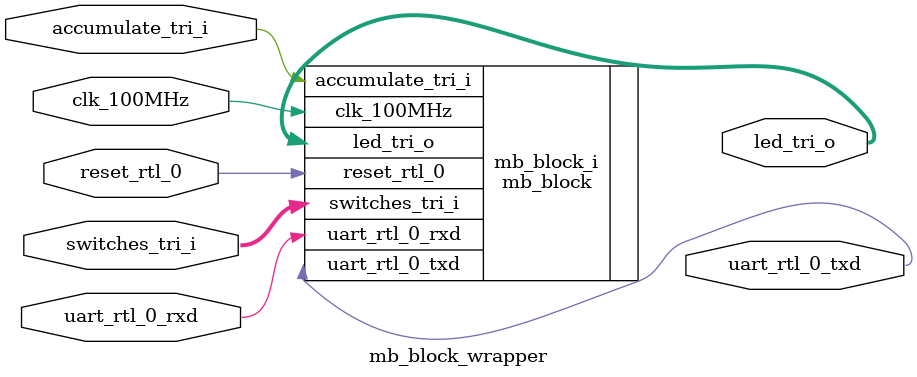
<source format=v>
`timescale 1 ps / 1 ps

module mb_block_wrapper
   (accumulate_tri_i,
    clk_100MHz,
    led_tri_o,
    reset_rtl_0,
    switches_tri_i,
    uart_rtl_0_rxd,
    uart_rtl_0_txd);
  input [0:0]accumulate_tri_i;
  input clk_100MHz;
  output [15:0]led_tri_o;
  input reset_rtl_0;
  input [15:0]switches_tri_i;
  input uart_rtl_0_rxd;
  output uart_rtl_0_txd;

  wire [0:0]accumulate_tri_i;
  wire clk_100MHz;
  wire [15:0]led_tri_o;
  wire reset_rtl_0;
  wire [15:0]switches_tri_i;
  wire uart_rtl_0_rxd;
  wire uart_rtl_0_txd;

  mb_block mb_block_i
       (.accumulate_tri_i(accumulate_tri_i),
        .clk_100MHz(clk_100MHz),
        .led_tri_o(led_tri_o),
        .reset_rtl_0(reset_rtl_0),
        .switches_tri_i(switches_tri_i),
        .uart_rtl_0_rxd(uart_rtl_0_rxd),
        .uart_rtl_0_txd(uart_rtl_0_txd));
endmodule

</source>
